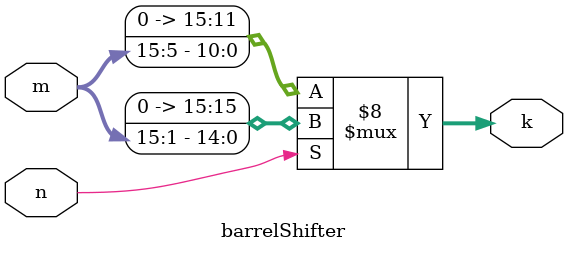
<source format=v>
`timescale 1ns/1ns

module barrelShifter (input n,input [15:0] m, output [15:0] k);
	assign k = (n==1) ? {1'b0,m[15:1]} :
					(n==2) ? {2'b0,m[15:2]} :
					(n==3) ? {3'b0,m[15:3]} :
					(n==4) ? {4'b0,m[15:4]} :
					{5'b0,m[15:5]};
endmodule
</source>
